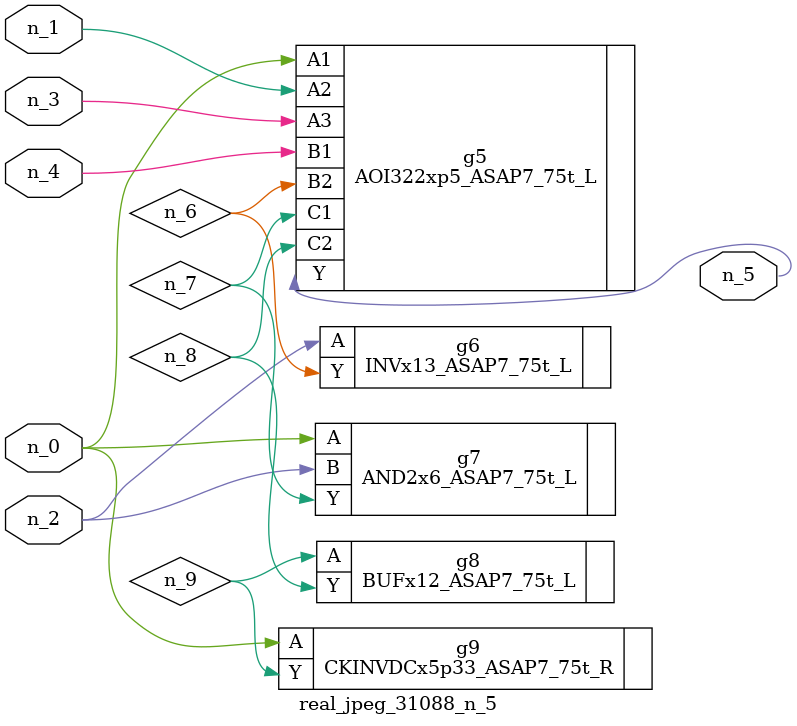
<source format=v>
module real_jpeg_31088_n_5 (n_4, n_0, n_1, n_2, n_3, n_5);

input n_4;
input n_0;
input n_1;
input n_2;
input n_3;

output n_5;

wire n_8;
wire n_6;
wire n_7;
wire n_9;

AOI322xp5_ASAP7_75t_L g5 ( 
.A1(n_0),
.A2(n_1),
.A3(n_3),
.B1(n_4),
.B2(n_6),
.C1(n_7),
.C2(n_8),
.Y(n_5)
);

AND2x6_ASAP7_75t_L g7 ( 
.A(n_0),
.B(n_2),
.Y(n_7)
);

CKINVDCx5p33_ASAP7_75t_R g9 ( 
.A(n_0),
.Y(n_9)
);

INVx13_ASAP7_75t_L g6 ( 
.A(n_2),
.Y(n_6)
);

BUFx12_ASAP7_75t_L g8 ( 
.A(n_9),
.Y(n_8)
);


endmodule
</source>
